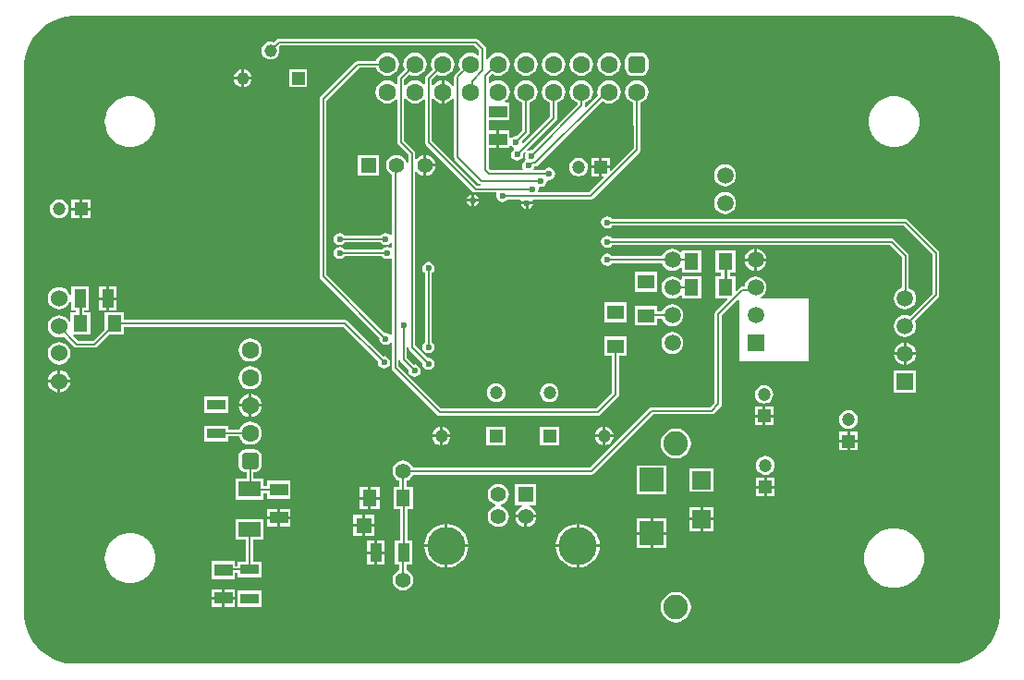
<source format=gbl>
%FSTAX23Y23*%
%MOIN*%
%SFA1B1*%

%IPPOS*%
%AMD53*
4,1,8,-0.031500,0.015700,-0.031500,-0.015700,-0.015700,-0.031500,0.015700,-0.031500,0.031500,-0.015700,0.031500,0.015700,0.015700,0.031500,-0.015700,0.031500,-0.031500,0.015700,0.0*
1,1,0.031500,-0.015700,0.015700*
1,1,0.031500,-0.015700,-0.015700*
1,1,0.031500,0.015700,-0.015700*
1,1,0.031500,0.015700,0.015700*
%
%AMD54*
4,1,8,-0.015700,-0.031500,0.015700,-0.031500,0.031500,-0.015700,0.031500,0.015700,0.015700,0.031500,-0.015700,0.031500,-0.031500,0.015700,-0.031500,-0.015700,-0.015700,-0.031500,0.0*
1,1,0.031500,-0.015700,-0.015700*
1,1,0.031500,0.015700,-0.015700*
1,1,0.031500,0.015700,0.015700*
1,1,0.031500,-0.015700,0.015700*
%
%ADD14C,0.005000*%
%ADD15C,0.010000*%
%ADD20R,0.043520X0.065280*%
%ADD26R,0.047240X0.047240*%
%ADD27C,0.047240*%
%ADD30R,0.059840X0.059840*%
%ADD31C,0.059840*%
%ADD32R,0.045280X0.045280*%
%ADD33C,0.045280*%
%ADD38R,0.055910X0.055910*%
%ADD40C,0.055910*%
%ADD41C,0.137800*%
%ADD42R,0.047240X0.047240*%
%ADD44R,0.055120X0.055120*%
%ADD45C,0.055120*%
%ADD50R,0.059060X0.059060*%
%ADD51C,0.059060*%
%ADD52C,0.062990*%
G04~CAMADD=53~8~0.0~0.0~629.9~629.9~157.5~0.0~15~0.0~0.0~0.0~0.0~0~0.0~0.0~0.0~0.0~0~0.0~0.0~0.0~90.0~630.0~630.0*
%ADD53D53*%
G04~CAMADD=54~8~0.0~0.0~629.9~629.9~157.5~0.0~15~0.0~0.0~0.0~0.0~0~0.0~0.0~0.0~0.0~0~0.0~0.0~0.0~180.0~630.0~630.0*
%ADD54D54*%
%ADD55C,0.088580*%
%ADD56C,0.060000*%
%ADD57C,0.023620*%
%ADD58R,0.059060X0.051180*%
%ADD59R,0.065280X0.043520*%
%ADD60R,0.051180X0.059060*%
%ADD61R,0.065280X0.037640*%
%ADD62R,0.079920X0.055120*%
%ADD63R,0.088980X0.085040*%
%ADD64R,0.066140X0.066930*%
%LNpcb_down-1*%
%LPD*%
G36*
X03382Y02347D02*
X03405Y0234D01*
X03428Y02331*
X03449Y02319*
X03468Y02304*
X03485Y02287*
X035Y02268*
X03512Y02247*
X03521Y02224*
X03528Y02201*
X03531Y02177*
Y02165*
Y00196*
Y00184*
X03528Y0016*
X03521Y00137*
X03512Y00114*
X035Y00093*
X03485Y00074*
X03468Y00057*
X03449Y00042*
X03428Y0003*
X03405Y00021*
X03382Y00015*
X03358Y00012*
X00184*
X0016Y00015*
X00137Y00021*
X00114Y0003*
X00093Y00042*
X00074Y00057*
X00057Y00074*
X00042Y00093*
X0003Y00114*
X00021Y00137*
X00015Y0016*
X00012Y00184*
Y00196*
Y02165*
Y02177*
X00015Y02201*
X00021Y02224*
X0003Y02247*
X00042Y02268*
X00057Y02287*
X00074Y02304*
X00093Y02319*
X00114Y02331*
X00137Y0234*
X0016Y02347*
X00184Y0235*
X03358*
X03382Y02347*
G37*
%LNpcb_down-2*%
%LPC*%
G36*
X0164Y02267D02*
X0093D01*
X00925Y02266*
X0092Y02264*
X00912Y02255*
X00908Y02256*
X009Y02257*
X00891Y02256*
X00883Y02253*
X00876Y02248*
X00871Y02241*
X00868Y02233*
X00867Y02225*
X00868Y02216*
X00871Y02208*
X00876Y02201*
X00883Y02196*
X00891Y02193*
X009Y02192*
X00908Y02193*
X00916Y02196*
X00923Y02201*
X00928Y02208*
X00931Y02216*
X00932Y02225*
X00931Y02233*
X0093Y02237*
X00935Y02242*
X01634*
X01652Y02224*
Y02211*
X01647Y02208*
X01642Y02212*
X01632Y02216*
X01621Y02217*
X0161Y02216*
X016Y02212*
X01592Y02205*
X01585Y02196*
X01581Y02186*
X01579Y02175*
X01581Y02165*
X01584Y02156*
X01565Y02138*
X01563Y02134*
X01562Y02129*
Y02099*
X0156Y02098*
X01557Y02097*
X01551Y02105*
X01542Y02112*
X01532Y02116*
X01526Y02117*
Y02075*
Y02034*
X01532Y02035*
X01542Y02039*
X01551Y02046*
X01557Y02054*
X0156Y02053*
X01562Y02052*
Y0184*
X01563Y01835*
X01565Y0183*
X0165Y01745*
X01655Y01743*
X01657Y01742*
X01657Y01737*
X01645*
X01482Y019*
Y0205*
X01487Y02052*
X01492Y02046*
X015Y02039*
X0151Y02035*
X01516Y02034*
Y02075*
Y02117*
X0151Y02116*
X015Y02112*
X01492Y02105*
X01487Y02099*
X01482Y02101*
Y02119*
X01502Y02138*
X0151Y02135*
X01521Y02134*
X01532Y02135*
X01542Y02139*
X01551Y02146*
X01557Y02155*
X01562Y02165*
X01563Y02175*
X01562Y02186*
X01557Y02196*
X01551Y02205*
X01542Y02212*
X01532Y02216*
X01521Y02217*
X0151Y02216*
X015Y02212*
X01492Y02205*
X01485Y02196*
X01481Y02186*
X01479Y02175*
X01481Y02165*
X01484Y02156*
X0146Y02133*
X01458Y02129*
X01457Y02124*
Y02105*
X01452Y02103*
X01451Y02105*
X01442Y02112*
X01432Y02116*
X01421Y02117*
X0141Y02116*
X014Y02112*
X01392Y02105*
X01387Y02099*
X01382Y02101*
Y02119*
X01402Y02138*
X0141Y02135*
X01421Y02134*
X01432Y02135*
X01442Y02139*
X01451Y02146*
X01457Y02155*
X01462Y02165*
X01463Y02175*
X01462Y02186*
X01457Y02196*
X01451Y02205*
X01442Y02212*
X01432Y02216*
X01421Y02217*
X0141Y02216*
X014Y02212*
X01392Y02205*
X01385Y02196*
X01381Y02186*
X01379Y02175*
X01381Y02165*
X01384Y02156*
X0136Y02133*
X01358Y02129*
X01357Y02124*
Y02105*
X01352Y02103*
X01351Y02105*
X01342Y02112*
X01332Y02116*
X01321Y02117*
X0131Y02116*
X013Y02112*
X01292Y02105*
X01285Y02096*
X01281Y02086*
X01279Y02075*
X01281Y02065*
X01285Y02055*
X01292Y02046*
X013Y02039*
X0131Y02035*
X01321Y02034*
X01332Y02035*
X01342Y02039*
X01351Y02046*
X01352Y02048*
X01357Y02046*
Y01895*
X01358Y0189*
X0136Y01885*
X01397Y01849*
Y01819*
X01392Y01819*
X01392Y0182*
X01388Y01829*
X01382Y01837*
X01374Y01843*
X01365Y01847*
X01355Y01848*
X01345Y01847*
X01336Y01843*
X01328Y01837*
X01322Y01829*
X01318Y0182*
X01317Y01811*
X01318Y01801*
X01322Y01792*
X01328Y01784*
X01336Y01778*
X01337Y01777*
Y01559*
X01332Y01558*
X0133Y0156*
X01323Y01565*
X01315Y01567*
X01306Y01565*
X01299Y0156*
X01297Y01557*
X01167*
X01165Y0156*
X01158Y01565*
X0115Y01567*
X01141Y01565*
X01134Y0156*
X01129Y01553*
X01127Y01545*
X01129Y01536*
X01134Y01529*
X01141Y01524*
X0115Y01522*
X01158Y01524*
X01165Y01529*
X01167Y01532*
X01297*
X01299Y01529*
X01306Y01524*
X01315Y01522*
X01323Y01524*
X0133Y01529*
X01332Y01531*
X01337Y0153*
Y01515*
X01332Y01513*
X01328Y01515*
X0132Y01517*
X01311Y01515*
X01304Y0151*
X01302Y01507*
X01167*
X01165Y0151*
X01158Y01515*
X0115Y01517*
X01141Y01515*
X01134Y0151*
X01129Y01503*
X01127Y01495*
X01129Y01486*
X01134Y01479*
X01141Y01474*
X0115Y01472*
X01158Y01474*
X01165Y01479*
X01167Y01482*
X01302*
X01304Y01479*
X01311Y01474*
X0132Y01472*
X01328Y01474*
X01332Y01476*
X01337Y01474*
Y01199*
X01332Y01198*
X0133Y012*
X01323Y01205*
X01315Y01207*
X01311Y01206*
X01102Y01415*
Y02044*
X01221Y02163*
X01282*
X01285Y02155*
X01292Y02146*
X013Y02139*
X0131Y02135*
X01321Y02134*
X01332Y02135*
X01342Y02139*
X01351Y02146*
X01357Y02155*
X01362Y02165*
X01363Y02175*
X01362Y02186*
X01357Y02196*
X01351Y02205*
X01342Y02212*
X01332Y02216*
X01321Y02217*
X0131Y02216*
X013Y02212*
X01292Y02205*
X01285Y02196*
X01282Y02188*
X01215*
X01211Y02187*
X01206Y02185*
X0108Y02059*
X01078Y02054*
X01077Y0205*
Y0141*
X01078Y01405*
X0108Y014*
X01293Y01188*
X01292Y01185*
X01294Y01176*
X01299Y01169*
X01306Y01164*
X01315Y01162*
X01323Y01164*
X0133Y01169*
X01332Y01171*
X01337Y0117*
Y0108*
X01338Y01075*
X0134Y0107*
X015Y0091*
X01505Y00908*
X0151Y00907*
X0208*
X02084Y00908*
X02089Y0091*
X02154Y00975*
X02156Y0098*
X02157Y00985*
Y01123*
X02184*
Y01194*
X02105*
Y01123*
X02132*
Y0099*
X02074Y00932*
X01515*
X01362Y01085*
Y01107*
X01367Y01107*
X01368Y01105*
X0137Y011*
X01398Y01073*
X01397Y0107*
X01399Y01061*
X01404Y01054*
X01411Y01049*
X0142Y01047*
X01428Y01049*
X01435Y01054*
X0144Y01061*
X01442Y0107*
X0144Y01078*
X01435Y01085*
X01428Y0109*
X0142Y01092*
X01416Y01091*
X01392Y01115*
Y01152*
X01397Y01152*
X01398Y0115*
X014Y01145*
X01448Y01098*
X01447Y01095*
X01449Y01086*
X01454Y01079*
X01461Y01074*
X0147Y01072*
X01478Y01074*
X01485Y01079*
X0149Y01086*
X01492Y01095*
X0149Y01103*
X01485Y0111*
X01478Y01115*
X0147Y01117*
X01466Y01116*
X01422Y0116*
Y01786*
X01427Y01788*
X01431Y01784*
X01438Y01778*
X01448Y01774*
X01452Y01773*
Y01811*
Y01848*
X01448Y01847*
X01438Y01843*
X01431Y01837*
X01427Y01833*
X01422Y01835*
Y01855*
X01421Y01859*
X01419Y01864*
X01382Y019*
Y0205*
X01387Y02052*
X01392Y02046*
X014Y02039*
X0141Y02035*
X01421Y02034*
X01432Y02035*
X01442Y02039*
X01451Y02046*
X01452Y02048*
X01457Y02046*
Y01895*
X01458Y0189*
X0146Y01885*
X0163Y01715*
X01635Y01713*
X0164Y01712*
X01713*
X01715Y01707*
X01714Y017*
X01716Y01691*
X0172Y01684*
X01728Y01679*
X01736Y01677*
X01745Y01679*
X01752Y01684*
X01754Y01687*
X01801*
X01804Y01682*
X01803Y0168*
X01846*
X01845Y01682*
X01848Y01687*
X02055*
X02059Y01688*
X02064Y0169*
X02231Y01858*
X02234Y01863*
X02235Y01867*
Y01957*
X02234Y01962*
X02234Y01963*
Y02036*
X02242Y02039*
X02251Y02046*
X02257Y02055*
X02262Y02065*
X02263Y02075*
X02262Y02086*
X02257Y02096*
X02251Y02105*
X02242Y02112*
X02232Y02116*
X02221Y02117*
X0221Y02116*
X022Y02112*
X02192Y02105*
X02185Y02096*
X02181Y02086*
X02179Y02075*
X02181Y02065*
X02185Y02055*
X02192Y02046*
X022Y02039*
X02208Y02036*
Y01959*
X02209Y01954*
X0221Y01953*
Y01873*
X02128Y01791*
X02123Y01793*
Y018*
X02095*
Y01771*
X02101*
X02103Y01766*
X02049Y01712*
X01868*
X01865Y01717*
X01867Y01725*
X01866Y01729*
X0187Y01733*
X01875Y01732*
X01883Y01734*
X0189Y01739*
X01895Y01746*
X01897Y01754*
X01897Y01755*
X01901Y01758*
X01905Y01757*
X01913Y01759*
X0192Y01764*
X01925Y01771*
X01927Y0178*
X01925Y01788*
X0192Y01795*
X01913Y018*
X01905Y01802*
X01896Y018*
X01889Y01795*
X01887Y01792*
X0185*
X01848Y01797*
X0185Y01801*
X01851Y01807*
X01855*
X0186Y01808*
X01864Y01811*
X02096Y02043*
X021Y02039*
X0211Y02035*
X02121Y02034*
X02132Y02035*
X02142Y02039*
X02151Y02046*
X02157Y02055*
X02162Y02065*
X02163Y02075*
X02162Y02086*
X02157Y02096*
X02151Y02105*
X02142Y02112*
X02132Y02116*
X02121Y02117*
X0211Y02116*
X021Y02112*
X02092Y02105*
X02085Y02096*
X02081Y02086*
X02079Y02075*
X02081Y02065*
X02081Y02064*
X02038Y02021*
X02033Y02023*
X02034Y02026*
Y02036*
X02042Y02039*
X02051Y02046*
X02057Y02055*
X02062Y02065*
X02063Y02075*
X02062Y02086*
X02057Y02096*
X02051Y02105*
X02042Y02112*
X02032Y02116*
X02021Y02117*
X0201Y02116*
X02Y02112*
X01992Y02105*
X01985Y02096*
X01981Y02086*
X01979Y02075*
X01981Y02065*
X01985Y02055*
X01992Y02046*
X02Y02039*
X02008Y02036*
X02008Y02031*
X01843Y01866*
X0184Y01867*
X01831Y01865*
X01828Y01863*
X01825Y01867*
X0193Y01972*
X01933Y01976*
X01934Y01981*
Y02036*
X01942Y02039*
X01951Y02046*
X01957Y02055*
X01962Y02065*
X01963Y02075*
X01962Y02086*
X01957Y02096*
X01951Y02105*
X01942Y02112*
X01932Y02116*
X01921Y02117*
X0191Y02116*
X019Y02112*
X01892Y02105*
X01885Y02096*
X01881Y02086*
X01879Y02075*
X01881Y02065*
X01885Y02055*
X01892Y02046*
X019Y02039*
X01908Y02036*
Y01986*
X01811Y01889*
X01806Y01891*
X01807Y01895*
X01806Y01898*
X0183Y01922*
X01833Y01926*
X01834Y01931*
Y02036*
X01842Y02039*
X01851Y02046*
X01857Y02055*
X01862Y02065*
X01863Y02075*
X01862Y02086*
X01857Y02096*
X01851Y02105*
X01842Y02112*
X01832Y02116*
X01821Y02117*
X0181Y02116*
X018Y02112*
X01792Y02105*
X01785Y02096*
X01781Y02086*
X01779Y02075*
X01781Y02065*
X01785Y02055*
X01792Y02046*
X018Y02039*
X01808Y02036*
Y01936*
X01788Y01916*
X01785Y01917*
X01776Y01915*
X01769Y0191*
X01767Y01908*
X01762Y01909*
Y01936*
X01725*
Y01904*
Y01872*
X01762*
Y0188*
X01767Y01881*
X01769Y01879*
X01776Y01874*
X01777Y01874*
X01778Y01868*
X01774Y01865*
X01769Y01858*
X01767Y0185*
X01769Y01841*
X01774Y01834*
X01781Y01829*
X0179Y01827*
X01798Y01829*
X01805Y01834*
X0181Y01841*
X01812Y0185*
X01811Y01853*
X01817Y01859*
X01821Y01856*
X01819Y01853*
X01817Y01845*
X01819Y01836*
X0182Y01835*
X01819Y01828*
X01814Y01825*
X01809Y01818*
X01807Y0181*
X01809Y01801*
X01811Y01797*
X01809Y01792*
X01693*
X01687Y01798*
Y01872*
X01715*
Y01904*
Y01936*
X01687*
Y01973*
X01762*
Y02037*
X01747*
X01745Y02042*
X01751Y02046*
X01757Y02055*
X01762Y02065*
X01763Y02075*
X01762Y02086*
X01757Y02096*
X01751Y02105*
X01742Y02112*
X01732Y02116*
X01721Y02117*
X0171Y02116*
X017Y02112*
X01692Y02106*
X01687Y02107*
Y02129*
X01699Y02141*
X017Y02139*
X0171Y02135*
X01721Y02134*
X01732Y02135*
X01742Y02139*
X01751Y02146*
X01757Y02155*
X01762Y02165*
X01763Y02175*
X01762Y02186*
X01757Y02196*
X01751Y02205*
X01742Y02212*
X01732Y02216*
X01721Y02217*
X0171Y02216*
X017Y02212*
X01692Y02205*
X01685Y02196*
X01682Y0219*
X01677Y02191*
Y0223*
X01676Y02234*
X01674Y02239*
X01649Y02264*
X01644Y02266*
X0164Y02267*
G37*
G36*
X02237Y02217D02*
X02205D01*
X02199Y02216*
X02192Y02214*
X02187Y0221*
X02183Y02204*
X0218Y02198*
X02179Y02191*
Y0216*
X0218Y02153*
X02183Y02147*
X02187Y02141*
X02192Y02137*
X02199Y02135*
X02205Y02134*
X02237*
X02244Y02135*
X0225Y02137*
X02255Y02141*
X02259Y02147*
X02262Y02153*
X02263Y0216*
Y02191*
X02262Y02198*
X02259Y02204*
X02255Y0221*
X0225Y02214*
X02244Y02216*
X02237Y02217*
G37*
G36*
X02121Y02217D02*
X0211Y02216D01*
X021Y02212*
X02092Y02205*
X02085Y02196*
X02081Y02186*
X02079Y02175*
X02081Y02165*
X02085Y02155*
X02092Y02146*
X021Y02139*
X0211Y02135*
X02121Y02134*
X02132Y02135*
X02142Y02139*
X02151Y02146*
X02157Y02155*
X02162Y02165*
X02163Y02175*
X02162Y02186*
X02157Y02196*
X02151Y02205*
X02142Y02212*
X02132Y02216*
X02121Y02217*
G37*
G36*
X02021D02*
X0201Y02216D01*
X02Y02212*
X01992Y02205*
X01985Y02196*
X01981Y02186*
X01979Y02175*
X01981Y02165*
X01985Y02155*
X01992Y02146*
X02Y02139*
X0201Y02135*
X02021Y02134*
X02032Y02135*
X02042Y02139*
X02051Y02146*
X02057Y02155*
X02062Y02165*
X02063Y02175*
X02062Y02186*
X02057Y02196*
X02051Y02205*
X02042Y02212*
X02032Y02216*
X02021Y02217*
G37*
G36*
X01921D02*
X0191Y02216D01*
X019Y02212*
X01892Y02205*
X01885Y02196*
X01881Y02186*
X01879Y02175*
X01881Y02165*
X01885Y02155*
X01892Y02146*
X019Y02139*
X0191Y02135*
X01921Y02134*
X01932Y02135*
X01942Y02139*
X01951Y02146*
X01957Y02155*
X01962Y02165*
X01963Y02175*
X01962Y02186*
X01957Y02196*
X01951Y02205*
X01942Y02212*
X01932Y02216*
X01921Y02217*
G37*
G36*
X01821D02*
X0181Y02216D01*
X018Y02212*
X01792Y02205*
X01785Y02196*
X01781Y02186*
X01779Y02175*
X01781Y02165*
X01785Y02155*
X01792Y02146*
X018Y02139*
X0181Y02135*
X01821Y02134*
X01832Y02135*
X01842Y02139*
X01851Y02146*
X01857Y02155*
X01862Y02165*
X01863Y02175*
X01862Y02186*
X01857Y02196*
X01851Y02205*
X01842Y02212*
X01832Y02216*
X01821Y02217*
G37*
G36*
X00805Y02157D02*
Y0213D01*
X00832*
X00831Y02133*
X00828Y02141*
X00823Y02148*
X00816Y02153*
X00808Y02156*
X00805Y02157*
G37*
G36*
X00795D02*
X00791Y02156D01*
X00783Y02153*
X00776Y02148*
X00771Y02141*
X00768Y02133*
X00767Y0213*
X00795*
Y02157*
G37*
G36*
X00832Y0212D02*
X00805D01*
Y02092*
X00808Y02093*
X00816Y02096*
X00823Y02101*
X00828Y02108*
X00831Y02116*
X00832Y0212*
G37*
G36*
X00795D02*
X00767D01*
X00768Y02116*
X00771Y02108*
X00776Y02101*
X00783Y02096*
X00791Y02093*
X00795Y02092*
Y0212*
G37*
G36*
X01032Y02157D02*
X00967D01*
Y02092*
X01032*
Y02157*
G37*
G36*
X03157Y02059D02*
X03141D01*
X0314Y02059*
X03139*
X03124Y02056*
X03123Y02055*
X03122Y02055*
X03107Y02049*
X03106Y02048*
X03105Y02048*
X03092Y02039*
X03091Y02038*
X0309Y02038*
X03079Y02027*
X03079Y02026*
X03078Y02025*
X03069Y02012*
X03069Y02011*
X03068Y0201*
X03062Y01996*
X03062Y01994*
X03062Y01993*
X03059Y01978*
Y01977*
X03058Y01976*
Y0196*
X03059Y01959*
Y01958*
X03062Y01943*
X03062Y01942*
X03062Y0194*
X03068Y01926*
X03069Y01925*
X03069Y01924*
X03078Y01911*
X03079Y0191*
X03079Y01909*
X0309Y01898*
X03091Y01898*
X03092Y01897*
X03105Y01888*
X03106Y01888*
X03107Y01887*
X03122Y01881*
X03123Y01881*
X03124Y0188*
X03139Y01877*
X0314*
X03141Y01877*
X03157*
X03158Y01877*
X03159*
X03174Y0188*
X03176Y01881*
X03177Y01881*
X03191Y01887*
X03192Y01888*
X03193Y01888*
X03206Y01897*
X03207Y01898*
X03208Y01898*
X03219Y01909*
X03219Y0191*
X0322Y01911*
X03229Y01924*
X03229Y01925*
X0323Y01926*
X03236Y0194*
X03236Y01942*
X03237Y01943*
X0324Y01958*
Y01959*
X0324Y0196*
Y01976*
X0324Y01977*
Y01978*
X03237Y01993*
X03236Y01994*
X03236Y01996*
X0323Y0201*
X03229Y02011*
X03229Y02012*
X0322Y02025*
X03219Y02026*
X03219Y02027*
X03208Y02038*
X03207Y02038*
X03206Y02039*
X03193Y02048*
X03192Y02048*
X03191Y02049*
X03177Y02055*
X03176Y02055*
X03174Y02056*
X03159Y02059*
X03158*
X03157Y02059*
G37*
G36*
X00401D02*
X00385D01*
X00384Y02059*
X00383*
X00368Y02056*
X00367Y02055*
X00366Y02055*
X00351Y02049*
X0035Y02048*
X00349Y02048*
X00336Y02039*
X00335Y02038*
X00334Y02038*
X00324Y02027*
X00323Y02026*
X00322Y02025*
X00313Y02012*
X00313Y02011*
X00312Y0201*
X00306Y01996*
X00306Y01994*
X00306Y01993*
X00303Y01978*
Y01977*
X00302Y01976*
Y0196*
X00303Y01959*
Y01958*
X00306Y01943*
X00306Y01942*
X00306Y0194*
X00312Y01926*
X00313Y01925*
X00313Y01924*
X00322Y01911*
X00323Y0191*
X00324Y01909*
X00334Y01898*
X00335Y01898*
X00336Y01897*
X00349Y01888*
X0035Y01888*
X00351Y01887*
X00366Y01881*
X00367Y01881*
X00368Y0188*
X00383Y01877*
X00384*
X00385Y01877*
X00401*
X00402Y01877*
X00403*
X00419Y0188*
X0042Y01881*
X00421Y01881*
X00435Y01887*
X00436Y01888*
X00437Y01888*
X0045Y01897*
X00451Y01898*
X00452Y01898*
X00463Y01909*
X00464Y0191*
X00464Y01911*
X00473Y01924*
X00473Y01925*
X00474Y01926*
X0048Y0194*
X0048Y01942*
X00481Y01943*
X00484Y01958*
Y01959*
X00484Y0196*
Y01976*
X00484Y01977*
Y01978*
X00481Y01993*
X0048Y01994*
X0048Y01996*
X00474Y0201*
X00473Y02011*
X00473Y02012*
X00464Y02025*
X00464Y02026*
X00463Y02027*
X00452Y02038*
X00451Y02038*
X0045Y02039*
X00437Y02048*
X00436Y02048*
X00435Y02049*
X00421Y02055*
X0042Y02055*
X00419Y02056*
X00403Y02059*
X00402*
X00401Y02059*
G37*
G36*
X01462Y01848D02*
Y01816D01*
X01495*
X01494Y0182*
X0149Y01829*
X01484Y01837*
X01476Y01843*
X01467Y01847*
X01462Y01848*
G37*
G36*
X02123Y01838D02*
X02095D01*
Y0181*
X02123*
Y01838*
G37*
G36*
X02085D02*
X02056D01*
Y0181*
X02085*
Y01838*
G37*
G36*
X01495Y01806D02*
X01462D01*
Y01773*
X01467Y01774*
X01476Y01778*
X01484Y01784*
X0149Y01792*
X01494Y01801*
X01495Y01806*
G37*
G36*
X0129Y01848D02*
X01215D01*
Y01773*
X0129*
Y01848*
G37*
G36*
X02085Y018D02*
X02056D01*
Y01771*
X02085*
Y018*
G37*
G36*
X02011Y01838D02*
X02002Y01837D01*
X01994Y01834*
X01987Y01828*
X01981Y01821*
X01978Y01813*
X01977Y01805*
X01978Y01796*
X01981Y01788*
X01987Y01781*
X01994Y01775*
X02002Y01772*
X02011Y01771*
X0202Y01772*
X02028Y01775*
X02035Y01781*
X0204Y01788*
X02044Y01796*
X02045Y01805*
X02044Y01813*
X0204Y01821*
X02035Y01828*
X02028Y01834*
X0202Y01837*
X02011Y01838*
G37*
G36*
X0254Y01814D02*
X02529Y01813D01*
X0252Y01809*
X02511Y01803*
X02505Y01794*
X02501Y01785*
X025Y01775*
X02501Y01764*
X02505Y01755*
X02511Y01746*
X0252Y0174*
X02529Y01736*
X0254Y01735*
X0255Y01736*
X02559Y0174*
X02568Y01746*
X02574Y01755*
X02578Y01764*
X02579Y01775*
X02578Y01785*
X02574Y01794*
X02568Y01803*
X02559Y01809*
X0255Y01813*
X0254Y01814*
G37*
G36*
X01635Y01706D02*
Y0169D01*
X01651*
X0165Y01693*
X01645Y017*
X01638Y01705*
X01635Y01706*
G37*
G36*
X01625D02*
X01621Y01705D01*
X01614Y017*
X01609Y01693*
X01608Y0169*
X01625*
Y01706*
G37*
G36*
X01651Y0168D02*
X01635D01*
Y01663*
X01638Y01664*
X01645Y01669*
X0165Y01676*
X01651Y0168*
G37*
G36*
X01625D02*
X01608D01*
X01609Y01676*
X01614Y01669*
X01621Y01664*
X01625Y01663*
Y0168*
G37*
G36*
X0025Y01687D02*
X00221D01*
Y01658*
X0025*
Y01687*
G37*
G36*
X00211D02*
X00182D01*
Y01658*
X00211*
Y01687*
G37*
G36*
X01846Y0167D02*
X0183D01*
Y01653*
X01833Y01654*
X0184Y01659*
X01845Y01666*
X01846Y0167*
G37*
G36*
X0182D02*
X01803D01*
X01804Y01666*
X01809Y01659*
X01816Y01654*
X0182Y01653*
Y0167*
G37*
G36*
X0254Y01714D02*
X02529Y01713D01*
X0252Y01709*
X02511Y01703*
X02505Y01694*
X02501Y01685*
X025Y01675*
X02501Y01664*
X02505Y01655*
X02511Y01646*
X0252Y0164*
X02529Y01636*
X0254Y01635*
X0255Y01636*
X02559Y0164*
X02568Y01646*
X02574Y01655*
X02578Y01664*
X02579Y01675*
X02578Y01685*
X02574Y01694*
X02568Y01703*
X02559Y01709*
X0255Y01713*
X0254Y01714*
G37*
G36*
X0025Y01648D02*
X00221D01*
Y01619*
X0025*
Y01648*
G37*
G36*
X00211D02*
X00182D01*
Y01619*
X00211*
Y01648*
G37*
G36*
X00137Y01687D02*
X00129Y01686D01*
X0012Y01682*
X00113Y01677*
X00108Y0167*
X00105Y01662*
X00103Y01653*
X00105Y01644*
X00108Y01636*
X00113Y01629*
X0012Y01624*
X00129Y0162*
X00137Y01619*
X00146Y0162*
X00154Y01624*
X00161Y01629*
X00167Y01636*
X0017Y01644*
X00171Y01653*
X0017Y01662*
X00167Y0167*
X00161Y01677*
X00154Y01682*
X00146Y01686*
X00137Y01687*
G37*
G36*
X0235Y01509D02*
X02339Y01508D01*
X0233Y01504*
X02321Y01498*
X02315Y01489*
X02312Y01482*
X02132*
X0213Y01485*
X02123Y0149*
X02115Y01492*
X02106Y0149*
X02099Y01485*
X02094Y01478*
X02092Y0147*
X02094Y01461*
X02099Y01454*
X02106Y01449*
X02115Y01447*
X02123Y01449*
X0213Y01454*
X02132Y01457*
X02312*
X02315Y0145*
X02321Y01441*
X0233Y01435*
X02339Y01431*
X0235Y0143*
X0236Y01431*
X02369Y01435*
X02378Y01441*
X02378Y01442*
X02383Y0144*
Y01425*
X02454*
Y01504*
X02383*
Y01499*
X02378Y01497*
X02378Y01498*
X02369Y01504*
X0236Y01508*
X0235Y01509*
G37*
G36*
X02655Y01509D02*
Y01475D01*
X02689*
X02688Y0148*
X02684Y01489*
X02678Y01498*
X02669Y01504*
X0266Y01508*
X02655Y01509*
G37*
G36*
X02645D02*
X02639Y01508D01*
X0263Y01504*
X02621Y01498*
X02615Y01489*
X02611Y0148*
X0261Y01475*
X02645*
Y01509*
G37*
G36*
X02689Y01465D02*
X02655D01*
Y0143*
X0266Y01431*
X02669Y01435*
X02678Y01441*
X02684Y0145*
X02688Y01459*
X02689Y01465*
G37*
G36*
X02645D02*
X0261D01*
X02611Y01459*
X02615Y0145*
X02621Y01441*
X0263Y01435*
X02639Y01431*
X02645Y0143*
Y01465*
G37*
G36*
X02294Y01426D02*
X02215D01*
Y01355*
X02294*
Y01426*
G37*
G36*
X00245Y01373D02*
X00181D01*
Y01341*
X00176Y01341*
Y01341*
X00172Y01351*
X00166Y01359*
X00157Y01366*
X00148Y0137*
X00137Y01371*
X00127Y0137*
X00117Y01366*
X00109Y01359*
X00102Y01351*
X00098Y01341*
X00097Y01331*
X00098Y0132*
X00102Y0131*
X00109Y01302*
X00117Y01296*
X00127Y01292*
X00137Y0129*
X00148Y01292*
X00157Y01296*
X00166Y01302*
X00172Y0131*
X00176Y0132*
Y0132*
X00181Y0132*
Y01288*
X00198*
Y01279*
X00178*
Y01248*
X00173Y01247*
X00172Y0125*
X00166Y01258*
X00157Y01264*
X00148Y01268*
X00137Y0127*
X00127Y01268*
X00117Y01264*
X00109Y01258*
X00102Y0125*
X00098Y0124*
X00097Y01229*
X00098Y01219*
X00102Y01209*
X00109Y01201*
X00117Y01194*
X00127Y0119*
X00137Y01189*
X00148Y0119*
X00155Y01194*
X00193Y01155*
X00197Y01153*
X00202Y01152*
X00265*
X0027Y01153*
X00274Y01155*
X00319Y012*
X00372*
Y01227*
X01164*
X01288Y01103*
X01287Y011*
X01289Y01091*
X01294Y01084*
X01301Y01079*
X0131Y01077*
X01318Y01079*
X01325Y01084*
X0133Y01091*
X01332Y011*
X0133Y01108*
X01325Y01115*
X01318Y0112*
X0131Y01122*
X01306Y01121*
X01178Y01249*
X01174Y01251*
X01169Y01252*
X00372*
Y01279*
X00301*
Y01218*
X0026Y01177*
X00208*
X00189Y01196*
X00191Y012*
X0025*
Y01279*
X00228*
Y01288*
X00245*
Y01373*
G37*
G36*
X00345D02*
X00319D01*
Y01335*
X00345*
Y01373*
G37*
G36*
X00309D02*
X00282D01*
Y01335*
X00309*
Y01373*
G37*
G36*
X0235Y01409D02*
X02339Y01408D01*
X0233Y01404*
X02321Y01398*
X02315Y01389*
X02311Y0138*
X0231Y0137*
X02311Y01359*
X02315Y0135*
X02321Y01341*
X0233Y01335*
X02339Y01331*
X0235Y0133*
X0236Y01331*
X02369Y01335*
X02378Y01341*
X02378Y01342*
X02383Y0134*
Y0133*
X02454*
Y01409*
X02383*
Y01399*
X02378Y01397*
X02378Y01398*
X02369Y01404*
X0236Y01408*
X0235Y01409*
G37*
G36*
X02115Y01557D02*
X02106Y01555D01*
X02099Y0155*
X02094Y01543*
X02092Y01535*
X02094Y01526*
X02099Y01519*
X02106Y01514*
X02115Y01512*
X02123Y01514*
X0213Y01519*
X02132Y01522*
X03134*
X03177Y01479*
Y01369*
X03168Y01365*
X0316Y01359*
X03154Y01351*
X0315Y01341*
X03148Y01331*
X0315Y0132*
X03154Y0131*
X0316Y01302*
X03168Y01296*
X03178Y01292*
X03188Y0129*
X03199Y01292*
X03209Y01296*
X03217Y01302*
X03223Y0131*
X03227Y0132*
X03229Y01331*
X03227Y01341*
X03223Y01351*
X03217Y01359*
X03209Y01365*
X03202Y01368*
Y01485*
X03201Y01489*
X03199Y01494*
X03149Y01544*
X03144Y01546*
X0314Y01547*
X02132*
X0213Y0155*
X02123Y01555*
X02115Y01557*
G37*
G36*
X00345Y01325D02*
X00319D01*
Y01288*
X00345*
Y01325*
G37*
G36*
X00309D02*
X00282D01*
Y01288*
X00309*
Y01325*
G37*
G36*
X0235Y01309D02*
X02339Y01308D01*
X0233Y01304*
X02321Y01298*
X02315Y01289*
X02312Y01282*
X02294*
Y01304*
X02215*
Y01233*
X02294*
Y01257*
X02312*
X02315Y0125*
X02321Y01241*
X0233Y01235*
X02339Y01231*
X0235Y0123*
X0236Y01231*
X02369Y01235*
X02378Y01241*
X02384Y0125*
X02388Y01259*
X02389Y0127*
X02388Y0128*
X02384Y01289*
X02378Y01298*
X02369Y01304*
X0236Y01308*
X0235Y01309*
G37*
G36*
X02115Y01627D02*
X02106Y01625D01*
X02099Y0162*
X02094Y01613*
X02092Y01605*
X02094Y01596*
X02099Y01589*
X02106Y01584*
X02115Y01582*
X02123Y01584*
X0213Y01589*
X02132Y01592*
X03184*
X03287Y01489*
Y01347*
X03206Y01266*
X03199Y0127*
X03188Y01271*
X03178Y0127*
X03168Y01265*
X0316Y01259*
X03154Y01251*
X0315Y01241*
X03148Y01231*
X0315Y0122*
X03154Y0121*
X0316Y01202*
X03168Y01196*
X03178Y01192*
X03188Y0119*
X03199Y01192*
X03209Y01196*
X03217Y01202*
X03223Y0121*
X03227Y0122*
X03229Y01231*
X03227Y01241*
X03224Y01248*
X03309Y01333*
X03311Y01337*
X03312Y01342*
Y01495*
X03311Y01499*
X03309Y01504*
X03199Y01614*
X03194Y01616*
X0319Y01617*
X02132*
X0213Y0162*
X02123Y01625*
X02115Y01627*
G37*
G36*
X02184Y01316D02*
X02105D01*
Y01245*
X02184*
Y01316*
G37*
G36*
X03193Y0117D02*
Y01136D01*
X03228*
X03227Y01141*
X03223Y01151*
X03217Y01159*
X03209Y01165*
X03199Y0117*
X03193Y0117*
G37*
G36*
X03183D02*
X03178Y0117D01*
X03168Y01165*
X0316Y01159*
X03154Y01151*
X0315Y01141*
X03149Y01136*
X03183*
Y0117*
G37*
G36*
X0147Y01462D02*
X01461Y0146D01*
X01454Y01455*
X01449Y01448*
X01447Y0144*
X01449Y01431*
X01454Y01424*
X01457Y01422*
Y01172*
X01454Y0117*
X01449Y01163*
X01447Y01155*
X01449Y01146*
X01454Y01139*
X01461Y01134*
X0147Y01132*
X01478Y01134*
X01485Y01139*
X0149Y01146*
X01492Y01155*
X0149Y01163*
X01485Y0117*
X01482Y01172*
Y01422*
X01485Y01424*
X0149Y01431*
X01492Y0144*
X0149Y01448*
X01485Y01455*
X01478Y0146*
X0147Y01462*
G37*
G36*
X0235Y01209D02*
X02339Y01208D01*
X0233Y01204*
X02321Y01198*
X02315Y01189*
X02311Y0118*
X0231Y0117*
X02311Y01159*
X02315Y0115*
X02321Y01141*
X0233Y01135*
X02339Y01131*
X0235Y0113*
X0236Y01131*
X02369Y01135*
X02378Y01141*
X02384Y0115*
X02388Y01159*
X02389Y0117*
X02388Y0118*
X02384Y01189*
X02378Y01198*
X02369Y01204*
X0236Y01208*
X0235Y01209*
G37*
G36*
X02576Y01504D02*
X02505D01*
Y01425*
X02525*
Y01409*
X02505*
Y0133*
X02546*
X02548Y01325*
X02505Y01283*
X02503Y01279*
X02502Y01274*
Y00955*
X02484Y00937*
X02275*
X0227Y00936*
X02265Y00934*
X02053Y00721*
X01413*
X0141Y00727*
X01404Y00735*
X01396Y00741*
X01387Y00745*
X01377Y00746*
X01368Y00745*
X01359Y00741*
X01351Y00735*
X01345Y00727*
X01341Y00718*
X0134Y00708*
X01341Y00698*
X01345Y00689*
X01351Y00681*
X01359Y00675*
X01365Y00673*
Y00649*
X01344*
Y0057*
X01368*
Y00456*
X01349*
Y0037*
X01365*
Y0035*
X01359Y00347*
X01351Y00341*
X01345Y00333*
X01341Y00324*
X0134Y00314*
X01341Y00305*
X01345Y00296*
X01351Y00288*
X01359Y00282*
X01368Y00278*
X01377Y00277*
X01387Y00278*
X01396Y00282*
X01404Y00288*
X0141Y00296*
X01414Y00305*
X01415Y00314*
X01414Y00324*
X0141Y00333*
X01404Y00341*
X01396Y00347*
X0139Y0035*
Y0037*
X01412*
Y00456*
X01393*
Y0057*
X01415*
Y00649*
X0139*
Y00673*
X01396Y00675*
X01404Y00681*
X0141Y00689*
X01413Y00695*
X02058*
X02063Y00696*
X02067Y00699*
X0228Y00912*
X0249*
X02494Y00913*
X02499Y00915*
X02524Y0094*
X02526Y00945*
X02527Y0095*
Y01268*
X02585Y01326*
X0259Y01324*
Y01105*
X0284*
Y0133*
X02669*
X02668Y01335*
X02669Y01335*
X02678Y01341*
X02684Y0135*
X02688Y01359*
X02689Y0137*
X02688Y0138*
X02684Y01389*
X02678Y01398*
X02669Y01404*
X0266Y01408*
X0265Y01409*
X02639Y01408*
X0263Y01404*
X02621Y01398*
X02615Y01389*
X02611Y0138*
X0261Y01372*
X026*
X02595Y01371*
X02591Y01368*
X02581Y01358*
X02576Y0136*
Y01409*
X02556*
Y01425*
X02576*
Y01504*
G37*
G36*
X00826Y01186D02*
X00815Y01185D01*
X00805Y01181*
X00797Y01174*
X0079Y01165*
X00786Y01155*
X00784Y01144*
X00786Y01134*
X0079Y01123*
X00797Y01115*
X00805Y01108*
X00815Y01104*
X00826Y01103*
X00837Y01104*
X00847Y01108*
X00856Y01115*
X00863Y01123*
X00867Y01134*
X00868Y01144*
X00867Y01155*
X00863Y01165*
X00856Y01174*
X00847Y01181*
X00837Y01185*
X00826Y01186*
G37*
G36*
X00137Y01172D02*
X00127Y01171D01*
X00117Y01167*
X00109Y0116*
X00102Y01152*
X00098Y01142*
X00097Y01132*
X00098Y01121*
X00102Y01112*
X00109Y01103*
X00117Y01097*
X00127Y01093*
X00137Y01091*
X00148Y01093*
X00157Y01097*
X00166Y01103*
X00172Y01112*
X00176Y01121*
X00178Y01132*
X00176Y01142*
X00172Y01152*
X00166Y0116*
X00157Y01167*
X00148Y01171*
X00137Y01172*
G37*
G36*
X03228Y01126D02*
X03193D01*
Y01091*
X03199Y01092*
X03209Y01096*
X03217Y01102*
X03223Y0111*
X03227Y0112*
X03228Y01126*
G37*
G36*
X03183D02*
X03149D01*
X0315Y0112*
X03154Y0111*
X0316Y01102*
X03168Y01096*
X03178Y01092*
X03183Y01091*
Y01126*
G37*
G36*
X00142Y0107D02*
Y01036D01*
X00177*
X00176Y01041*
X00172Y01051*
X00166Y01059*
X00157Y01066*
X00148Y0107*
X00142Y0107*
G37*
G36*
X00132D02*
X00127Y0107D01*
X00117Y01066*
X00109Y01059*
X00102Y01051*
X00098Y01041*
X00098Y01036*
X00132*
Y0107*
G37*
G36*
X00826Y01086D02*
X00815Y01085D01*
X00805Y01081*
X00797Y01074*
X0079Y01065*
X00786Y01055*
X00784Y01044*
X00786Y01034*
X0079Y01023*
X00797Y01015*
X00805Y01008*
X00815Y01004*
X00826Y01003*
X00837Y01004*
X00847Y01008*
X00856Y01015*
X00863Y01023*
X00867Y01034*
X00868Y01044*
X00867Y01055*
X00863Y01065*
X00856Y01074*
X00847Y01081*
X00837Y01085*
X00826Y01086*
G37*
G36*
X00177Y01026D02*
X00142D01*
Y00991*
X00148Y00992*
X00157Y00996*
X00166Y01002*
X00172Y0101*
X00176Y0102*
X00177Y01026*
G37*
G36*
X00132D02*
X00098D01*
X00098Y0102*
X00102Y0101*
X00109Y01002*
X00117Y00996*
X00127Y00992*
X00132Y00991*
Y01026*
G37*
G36*
X03228Y01071D02*
X03149D01*
Y00991*
X03228*
Y01071*
G37*
G36*
X01906Y01023D02*
X01897Y01022D01*
X01889Y01019*
X01882Y01013*
X01876Y01006*
X01873Y00998*
X01872Y0099*
X01873Y00981*
X01876Y00973*
X01882Y00966*
X01889Y0096*
X01897Y00957*
X01906Y00956*
X01914Y00957*
X01923Y0096*
X0193Y00966*
X01935Y00973*
X01938Y00981*
X01939Y0099*
X01938Y00998*
X01935Y01006*
X0193Y01013*
X01923Y01019*
X01914Y01022*
X01906Y01023*
G37*
G36*
X01713D02*
X01705Y01022D01*
X01696Y01019*
X01689Y01013*
X01684Y01006*
X01681Y00998*
X0168Y0099*
X01681Y00981*
X01684Y00973*
X01689Y00966*
X01696Y0096*
X01705Y00957*
X01713Y00956*
X01722Y00957*
X0173Y0096*
X01737Y00966*
X01743Y00973*
X01746Y00981*
X01747Y0099*
X01746Y00998*
X01743Y01006*
X01737Y01013*
X0173Y01019*
X01722Y01022*
X01713Y01023*
G37*
G36*
X0268Y01018D02*
X02671Y01017D01*
X02663Y01014*
X02656Y01008*
X0265Y01001*
X02647Y00993*
X02646Y00985*
X02647Y00976*
X0265Y00968*
X02656Y00961*
X02663Y00955*
X02671Y00952*
X0268Y00951*
X02688Y00952*
X02696Y00955*
X02703Y00961*
X02709Y00968*
X02712Y00976*
X02713Y00985*
X02712Y00993*
X02709Y01001*
X02703Y01008*
X02696Y01014*
X02688Y01017*
X0268Y01018*
G37*
G36*
X00831Y00986D02*
Y00949D01*
X00867*
X00867Y00955*
X00863Y00965*
X00856Y00974*
X00847Y00981*
X00837Y00985*
X00831Y00986*
G37*
G36*
X00821D02*
X00815Y00985D01*
X00805Y00981*
X00797Y00974*
X0079Y00965*
X00786Y00955*
X00785Y00949*
X00821*
Y00986*
G37*
G36*
X00747Y00976D02*
X00662D01*
Y00918*
X00747*
Y00976*
G37*
G36*
X02713Y00939D02*
X02685D01*
Y00911*
X02713*
Y00939*
G37*
G36*
X02675D02*
X02646D01*
Y00911*
X02675*
Y00939*
G37*
G36*
X00867D02*
X00831D01*
Y00903*
X00837Y00904*
X00847Y00908*
X00856Y00915*
X00863Y00923*
X00867Y00934*
X00867Y00939*
G37*
G36*
X00821D02*
X00785D01*
X00786Y00934*
X0079Y00923*
X00797Y00915*
X00805Y00908*
X00815Y00904*
X00821Y00903*
Y00939*
G37*
G36*
X02713Y00901D02*
X02685D01*
Y00872*
X02713*
Y00901*
G37*
G36*
X02675D02*
X02646D01*
Y00872*
X02675*
Y00901*
G37*
G36*
X02985Y00928D02*
X02976Y00927D01*
X02968Y00923*
X02961Y00918*
X02955Y00911*
X02952Y00903*
X02951Y00894*
X02952Y00885*
X02955Y00877*
X02961Y0087*
X02968Y00865*
X02976Y00861*
X02985Y0086*
X02993Y00861*
X03001Y00865*
X03008Y0087*
X03014Y00877*
X03017Y00885*
X03018Y00894*
X03017Y00903*
X03014Y00911*
X03008Y00918*
X03001Y00923*
X02993Y00927*
X02985Y00928*
G37*
G36*
X00826Y00886D02*
X00815Y00885D01*
X00805Y00881*
X00797Y00874*
X0079Y00865*
X00787Y00857*
X00747*
Y00871*
X00662*
Y00813*
X00747*
Y00832*
X00787*
X0079Y00823*
X00797Y00815*
X00805Y00808*
X00815Y00804*
X00826Y00803*
X00837Y00804*
X00847Y00808*
X00856Y00815*
X00863Y00823*
X00867Y00834*
X00868Y00844*
X00867Y00855*
X00863Y00865*
X00856Y00874*
X00847Y00881*
X00837Y00885*
X00826Y00886*
G37*
G36*
X01521Y00868D02*
Y0084D01*
X01549*
X01549Y00843*
X01545Y00851*
X0154Y00858*
X01533Y00864*
X01525Y00867*
X01521Y00868*
G37*
G36*
X02108D02*
Y0084D01*
X02136*
X02136Y00843*
X02132Y00851*
X02127Y00858*
X0212Y00864*
X02112Y00867*
X02108Y00868*
G37*
G36*
X02098D02*
X02094Y00867D01*
X02086Y00864*
X02079Y00858*
X02074Y00851*
X0207Y00843*
X0207Y0084*
X02098*
Y00868*
G37*
G36*
X01511D02*
X01507Y00867D01*
X01499Y00864*
X01492Y00858*
X01487Y00851*
X01483Y00843*
X01483Y0084*
X01511*
Y00868*
G37*
G36*
X03018Y00849D02*
X0299D01*
Y0082*
X03018*
Y00849*
G37*
G36*
X0298D02*
X02951D01*
Y0082*
X0298*
Y00849*
G37*
G36*
X01549Y0083D02*
X01521D01*
Y00801*
X01525Y00802*
X01533Y00805*
X0154Y00811*
X01545Y00818*
X01549Y00826*
X01549Y0083*
G37*
G36*
X02136D02*
X02108D01*
Y00801*
X02112Y00802*
X0212Y00805*
X02127Y00811*
X02132Y00818*
X02136Y00826*
X02136Y0083*
G37*
G36*
X02098D02*
X0207D01*
X0207Y00826*
X02074Y00818*
X02079Y00811*
X02086Y00805*
X02094Y00802*
X02098Y00801*
Y0083*
G37*
G36*
X01511D02*
X01483D01*
X01483Y00826*
X01487Y00818*
X01492Y00811*
X01499Y00805*
X01507Y00802*
X01511Y00801*
Y0083*
G37*
G36*
X0194Y00868D02*
X01872D01*
Y00801*
X0194*
Y00868*
G37*
G36*
X01747D02*
X01679D01*
Y00801*
X01747*
Y00868*
G37*
G36*
X03018Y0081D02*
X0299D01*
Y00782*
X03018*
Y0081*
G37*
G36*
X0298D02*
X02951D01*
Y00782*
X0298*
Y0081*
G37*
G36*
X02362Y00861D02*
X02348Y00859D01*
X02334Y00854*
X02323Y00845*
X02314Y00834*
X02309Y00821*
X02307Y00807*
X02309Y00792*
X02314Y00779*
X02323Y00768*
X02334Y00759*
X02348Y00754*
X02362Y00752*
X02376Y00754*
X02389Y00759*
X024Y00768*
X02409Y00779*
X02415Y00792*
X02416Y00807*
X02415Y00821*
X02409Y00834*
X024Y00845*
X02389Y00854*
X02376Y00859*
X02362Y00861*
G37*
G36*
X02685Y00762D02*
X02676Y00761D01*
X02668Y00758*
X02661Y00752*
X02655Y00745*
X02652Y00737*
X02651Y00728*
X02652Y00719*
X02655Y00711*
X02661Y00704*
X02668Y00699*
X02676Y00695*
X02685Y00694*
X02693Y00695*
X02701Y00699*
X02708Y00704*
X02714Y00711*
X02717Y00719*
X02718Y00728*
X02717Y00737*
X02714Y00745*
X02708Y00752*
X02701Y00758*
X02693Y00761*
X02685Y00762*
G37*
G36*
X02718Y00683D02*
X0269D01*
Y00655*
X02718*
Y00683*
G37*
G36*
X0268D02*
X02651D01*
Y00655*
X0268*
Y00683*
G37*
G36*
X02498Y00718D02*
X02411D01*
Y00632*
X02498*
Y00718*
G37*
G36*
X02329Y00728D02*
X0222D01*
Y00623*
X02329*
Y00728*
G37*
G36*
X02718Y00645D02*
X0269D01*
Y00616*
X02718*
Y00645*
G37*
G36*
X0268D02*
X02651D01*
Y00616*
X0268*
Y00645*
G37*
G36*
X01293Y00649D02*
X01262D01*
Y00615*
X01293*
Y00649*
G37*
G36*
X01252D02*
X01222D01*
Y00615*
X01252*
Y00649*
G37*
G36*
X00842Y00786D02*
X00811D01*
X00804Y00785*
X00798Y00783*
X00792Y00778*
X00788Y00773*
X00785Y00767*
X00785Y0076*
Y00729*
X00785Y00722*
X00788Y00716*
X00792Y0071*
X00798Y00706*
X00804Y00704*
X00811Y00703*
X00814*
Y0068*
X00775*
Y00604*
X00874*
Y00627*
X00887*
Y00608*
X00972*
Y00672*
X00887*
Y00652*
X00874*
Y0068*
X00839*
Y00703*
X00842*
X00849Y00704*
X00855Y00706*
X0086Y0071*
X00865Y00716*
X00867Y00722*
X00868Y00729*
Y0076*
X00867Y00767*
X00865Y00773*
X0086Y00778*
X00855Y00783*
X00849Y00785*
X00842Y00786*
G37*
G36*
X01293Y00605D02*
X01262D01*
Y0057*
X01293*
Y00605*
G37*
G36*
X01252D02*
X01222D01*
Y0057*
X01252*
Y00605*
G37*
G36*
X01858Y00661D02*
X01782D01*
Y00585*
X01807*
X01808Y0058*
X01801Y00578*
X01793Y00571*
X01787Y00564*
X01783Y00554*
X01783Y00549*
X0182*
X01858*
X01857Y00554*
X01854Y00564*
X01847Y00571*
X0184Y00578*
X01833Y0058*
X01834Y00585*
X01858*
Y00661*
G37*
G36*
X00972Y00571D02*
X00935D01*
Y00544*
X00972*
Y00571*
G37*
G36*
X00925D02*
X00887D01*
Y00544*
X00925*
Y00571*
G37*
G36*
X02498Y00577D02*
X0246D01*
Y00539*
X02498*
Y00577*
G37*
G36*
X0245D02*
X02411D01*
Y00539*
X0245*
Y00577*
G37*
G36*
X01273Y00549D02*
X01241D01*
Y00516*
X01273*
Y00549*
G37*
G36*
X01231D02*
X01198D01*
Y00516*
X01231*
Y00549*
G37*
G36*
X00972Y00534D02*
X00935D01*
Y00507*
X00972*
Y00534*
G37*
G36*
X00925D02*
X00887D01*
Y00507*
X00925*
Y00534*
G37*
G36*
X01815Y00539D02*
X01783D01*
X01783Y00534*
X01787Y00525*
X01793Y00517*
X01801Y00511*
X0181Y00507*
X01815Y00507*
Y00539*
G37*
G36*
X01858D02*
X01825D01*
Y00507*
X0183Y00507*
X0184Y00511*
X01847Y00517*
X01854Y00525*
X01857Y00534*
X01858Y00539*
G37*
G36*
X01722Y00661D02*
X01712Y0066D01*
X01703Y00656*
X01695Y0065*
X01689Y00642*
X01685Y00633*
X01684Y00623*
X01685Y00613*
X01689Y00604*
X01695Y00596*
X01703Y0059*
X01712Y00586*
X01712Y00585*
Y00582*
X01712Y00581*
X01703Y00578*
X01695Y00571*
X01689Y00564*
X01685Y00554*
X01684Y00544*
X01685Y00534*
X01689Y00525*
X01695Y00517*
X01703Y00511*
X01712Y00507*
X01722Y00506*
X01732Y00507*
X01741Y00511*
X01749Y00517*
X01755Y00525*
X01759Y00534*
X0176Y00544*
X01759Y00554*
X01755Y00564*
X01749Y00571*
X01741Y00578*
X01732Y00581*
X01732Y00582*
Y00585*
X01732Y00586*
X01741Y0059*
X01749Y00596*
X01755Y00604*
X01759Y00613*
X0176Y00623*
X01759Y00633*
X01755Y00642*
X01749Y0065*
X01741Y00656*
X01732Y0066*
X01722Y00661*
G37*
G36*
X02498Y00529D02*
X0246D01*
Y00491*
X02498*
Y00529*
G37*
G36*
X0245D02*
X02411D01*
Y00491*
X0245*
Y00529*
G37*
G36*
X02329Y00536D02*
X0228D01*
Y00488*
X02329*
Y00536*
G37*
G36*
X0227D02*
X0222D01*
Y00488*
X0227*
Y00536*
G37*
G36*
X01273Y00506D02*
X01241D01*
Y00474*
X01273*
Y00506*
G37*
G36*
X01231D02*
X01198D01*
Y00474*
X01231*
Y00506*
G37*
G36*
X02013Y00516D02*
Y00443D01*
X02087*
X02086Y00453*
X02081Y00468*
X02074Y00482*
X02064Y00494*
X02052Y00504*
X02039Y00511*
X02024Y00515*
X02013Y00516*
G37*
G36*
X01539D02*
Y00443D01*
X01613*
X01612Y00453*
X01607Y00468*
X016Y00482*
X0159Y00494*
X01578Y00504*
X01564Y00511*
X0155Y00515*
X01539Y00516*
G37*
G36*
X02003D02*
X01993Y00515D01*
X01978Y00511*
X01964Y00504*
X01952Y00494*
X01942Y00482*
X01935Y00468*
X0193Y00453*
X01929Y00443*
X02003*
Y00516*
G37*
G36*
X01529D02*
X01519Y00515D01*
X01504Y00511*
X0149Y00504*
X01478Y00494*
X01468Y00482*
X01461Y00468*
X01456Y00453*
X01455Y00443*
X01529*
Y00516*
G37*
G36*
X02329Y00478D02*
X0228D01*
Y00431*
X02329*
Y00478*
G37*
G36*
X0227D02*
X0222D01*
Y00431*
X0227*
Y00478*
G37*
G36*
X01312Y00456D02*
X01285D01*
Y00418*
X01312*
Y00456*
G37*
G36*
X01275D02*
X01248D01*
Y00418*
X01275*
Y00456*
G37*
G36*
X01312Y00408D02*
X01285D01*
Y0037*
X01312*
Y00408*
G37*
G36*
X01275D02*
X01248D01*
Y0037*
X01275*
Y00408*
G37*
G36*
X00874Y00535D02*
X00775D01*
Y0046*
X00812*
Y00381*
X00782*
Y00364*
X00772*
Y00382*
X00687*
Y00318*
X00772*
Y00339*
X00782*
Y00323*
X00867*
Y00381*
X00837*
Y0046*
X00874*
Y00535*
G37*
G36*
X01613Y00433D02*
X01539D01*
Y00359*
X0155Y0036*
X01564Y00364*
X01578Y00372*
X0159Y00382*
X016Y00394*
X01607Y00407*
X01612Y00422*
X01613Y00433*
G37*
G36*
X02087D02*
X02013D01*
Y00359*
X02024Y0036*
X02039Y00364*
X02052Y00372*
X02064Y00382*
X02074Y00394*
X02081Y00407*
X02086Y00422*
X02087Y00433*
G37*
G36*
X02003D02*
X01929D01*
X0193Y00422*
X01935Y00407*
X01942Y00394*
X01952Y00382*
X01964Y00372*
X01978Y00364*
X01993Y0036*
X02003Y00359*
Y00433*
G37*
G36*
X01529D02*
X01455D01*
X01456Y00422*
X01461Y00407*
X01468Y00394*
X01478Y00382*
X0149Y00372*
X01504Y00364*
X01519Y0036*
X01529Y00359*
Y00433*
G37*
G36*
X00401Y00484D02*
X00385D01*
X00384Y00484*
X00383*
X00368Y00481*
X00367Y0048*
X00366Y0048*
X00351Y00474*
X0035Y00473*
X00349Y00473*
X00336Y00464*
X00335Y00464*
X00334Y00463*
X00324Y00452*
X00323Y00451*
X00322Y0045*
X00313Y00437*
X00313Y00436*
X00312Y00435*
X00306Y00421*
X00306Y0042*
X00306Y00419*
X00303Y00403*
Y00402*
X00302Y00401*
Y00385*
X00303Y00384*
Y00383*
X00306Y00368*
X00306Y00367*
X00306Y00366*
X00312Y00351*
X00313Y0035*
X00313Y00349*
X00322Y00336*
X00323Y00335*
X00324Y00334*
X00334Y00324*
X00335Y00323*
X00336Y00322*
X00349Y00313*
X0035Y00313*
X00351Y00312*
X00366Y00306*
X00367Y00306*
X00368Y00306*
X00383Y00303*
X00384*
X00385Y00302*
X00401*
X00402Y00303*
X00403*
X00419Y00306*
X0042Y00306*
X00421Y00306*
X00435Y00312*
X00436Y00313*
X00437Y00313*
X0045Y00322*
X00451Y00323*
X00452Y00324*
X00463Y00334*
X00464Y00335*
X00464Y00336*
X00473Y00349*
X00473Y0035*
X00474Y00351*
X0048Y00366*
X0048Y00367*
X00481Y00368*
X00484Y00383*
Y00384*
X00484Y00385*
Y00401*
X00484Y00402*
Y00403*
X00481Y00419*
X0048Y0042*
X0048Y00421*
X00474Y00435*
X00473Y00436*
X00473Y00437*
X00464Y0045*
X00464Y00451*
X00463Y00452*
X00452Y00463*
X00451Y00464*
X0045Y00464*
X00437Y00473*
X00436Y00473*
X00435Y00474*
X00421Y0048*
X0042Y0048*
X00419Y00481*
X00403Y00484*
X00402*
X00401Y00484*
G37*
G36*
X03159Y00501D02*
X0314D01*
X03139Y00501*
X03137*
X03119Y00497*
X03118Y00496*
X03117Y00496*
X03099Y00489*
X03098Y00488*
X03097Y00488*
X03082Y00477*
X03081Y00477*
X0308Y00476*
X03066Y00463*
X03066Y00462*
X03065Y00461*
X03054Y00445*
X03054Y00444*
X03053Y00443*
X03046Y00426*
X03046Y00425*
X03045Y00423*
X03042Y00405*
Y00404*
X03042Y00403*
Y00384*
X03042Y00383*
Y00381*
X03045Y00363*
X03046Y00362*
X03046Y00361*
X03053Y00343*
X03054Y00342*
X03054Y00341*
X03065Y00326*
X03066Y00325*
X03066Y00324*
X0308Y0031*
X03081Y0031*
X03082Y00309*
X03097Y00299*
X03098Y00298*
X03099Y00297*
X03117Y0029*
X03118Y0029*
X03119Y0029*
X03137Y00286*
X03139*
X0314Y00286*
X03159*
X0316Y00286*
X03161*
X03179Y0029*
X0318Y0029*
X03182Y0029*
X03199Y00297*
X032Y00298*
X03201Y00299*
X03217Y00309*
X03218Y0031*
X03219Y0031*
X03232Y00324*
X03232Y00325*
X03233Y00326*
X03244Y00341*
X03244Y00342*
X03245Y00343*
X03252Y00361*
X03252Y00362*
X03253Y00363*
X03256Y00381*
Y00383*
X03257Y00384*
Y00403*
X03256Y00404*
Y00405*
X03253Y00423*
X03252Y00425*
X03252Y00426*
X03245Y00443*
X03244Y00444*
X03244Y00445*
X03233Y00461*
X03232Y00462*
X03232Y00463*
X03219Y00476*
X03218Y00477*
X03217Y00477*
X03201Y00488*
X032Y00488*
X03199Y00489*
X03182Y00496*
X0318Y00496*
X03179Y00497*
X03161Y00501*
X0316*
X03159Y00501*
G37*
G36*
X00772Y00281D02*
X00735D01*
Y00254*
X00772*
Y00281*
G37*
G36*
X00725D02*
X00687D01*
Y00254*
X00725*
Y00281*
G37*
G36*
X00867Y00276D02*
X00782D01*
Y00218*
X00867*
Y00276*
G37*
G36*
X00772Y00244D02*
X00735D01*
Y00217*
X00772*
Y00244*
G37*
G36*
X00725D02*
X00687D01*
Y00217*
X00725*
Y00244*
G37*
G36*
X02362Y00271D02*
X02348Y00269D01*
X02334Y00263*
X02323Y00255*
X02314Y00243*
X02309Y0023*
X02307Y00216*
X02309Y00202*
X02314Y00189*
X02323Y00177*
X02334Y00169*
X02348Y00163*
X02362Y00161*
X02376Y00163*
X02389Y00169*
X024Y00177*
X02409Y00189*
X02415Y00202*
X02416Y00216*
X02415Y0023*
X02409Y00243*
X024Y00255*
X02389Y00263*
X02376Y00269*
X02362Y00271*
G37*
%LNpcb_down-3*%
%LPD*%
G54D14*
X02515Y0095D02*
Y01274D01*
X0249Y00925D02*
X02515Y0095D01*
X02275Y00925D02*
X0249D01*
X02515Y01274D02*
X026Y01359D01*
X02639*
X0265Y0137*
X0164Y01725D02*
X01845D01*
X01736Y017D02*
X02055D01*
X02222Y01867*
X00705Y00842D02*
X00707Y00844D01*
X00826*
X02058Y00708D02*
X02275Y00925D01*
X01377Y00708D02*
X02058D01*
X0138Y0111D02*
Y01235D01*
Y0111D02*
X0142Y0107D01*
X01377Y00612D02*
X01379Y0061D01*
X01377Y00612D02*
Y00708D01*
X0138Y00413D02*
Y00609D01*
X01379Y0061D02*
X0138Y00609D01*
X01377Y00314D02*
Y0041D01*
X0138Y00413*
X0115Y01495D02*
X0132D01*
X0135Y0108D02*
Y01805D01*
X01355Y01811*
X0135Y0108D02*
X0151Y0092D01*
X0115Y01545D02*
X01315D01*
X0073Y0035D02*
X00731Y00352D01*
X00825*
Y00497*
X0147Y01155D02*
Y0144D01*
X00336Y0124D02*
X01169D01*
X0131Y011*
X00137Y01229D02*
X00202Y01165D01*
X00265*
X00336Y01236*
Y0124*
X0109Y0205D02*
X01215Y02175D01*
X01321*
X0109Y0141D02*
Y0205D01*
Y0141D02*
X01315Y01185D01*
X0141Y01155D02*
X0147Y01095D01*
X0141Y01155D02*
Y01855D01*
X0137Y01895D02*
X0141Y01855D01*
X0137Y02124D02*
X01421Y02175D01*
X0137Y01895D02*
Y02124D01*
X00826Y00644D02*
Y00744D01*
X00825Y00642D02*
X00826Y00644D01*
X00827Y0064D02*
X0093D01*
X00825Y00642D02*
X00827Y0064D01*
X0093Y02255D02*
X0164D01*
X009Y02225D02*
X0093Y02255D01*
X0164D02*
X01665Y0223D01*
X01621Y02075D02*
X01627Y02081D01*
Y02114*
X01665Y02152*
Y0223*
X0151Y0092D02*
X0208D01*
X02145Y00985D02*
Y01158D01*
X0208Y0092D02*
X02145Y00985D01*
X02256Y0127D02*
X0235D01*
X02255Y01268D02*
X02256Y0127D01*
X0235Y0137D02*
X02418D01*
X02413Y0147D02*
X02418Y01465D01*
X0235Y0147D02*
X02413D01*
X02115D02*
X0235D01*
X0319Y01332D02*
Y01485D01*
X03188Y01331D02*
X0319Y01332D01*
X0314Y01535D02*
X0319Y01485D01*
X02115Y01535D02*
X0314D01*
X03188Y01231D02*
X033Y01342D01*
Y01495*
X0319Y01605D02*
X033Y01495D01*
X02115Y01605D02*
X0319D01*
X02221Y01959D02*
Y02075D01*
Y01959D02*
X02222Y01957D01*
Y01867D02*
Y01957D01*
X0147Y01895D02*
X0164Y01725D01*
X0211Y02075D02*
X02121D01*
X01855Y0182D02*
X0211Y02075D01*
X01835Y0181D02*
X01845Y0182D01*
X0183Y0181D02*
X01835D01*
X01845Y0182D02*
X01855D01*
X0184Y01845D02*
X02021Y02026D01*
X01675Y01792D02*
X01687Y0178D01*
X0166Y01755D02*
X01875D01*
X01687Y0178D02*
X01905D01*
X02021Y02026D02*
Y02075D01*
X01921Y01981D02*
Y02075D01*
X0179Y0185D02*
X01921Y01981D01*
X01785Y01895D02*
X01821Y01931D01*
Y02075*
X01675Y01792D02*
Y02135D01*
X01715Y02175D02*
X01721D01*
X01675Y02135D02*
X01715Y02175D01*
X01575Y0184D02*
Y02129D01*
X01621Y02175*
X01575Y0184D02*
X0166Y01755D01*
X0147Y02124D02*
X01521Y02175D01*
X0147Y01895D02*
Y02124D01*
G54D15*
X00213Y01241D02*
X00214Y0124D01*
X00213Y01241D02*
Y0133D01*
X02541Y0137D02*
Y01465D01*
G54D20*
X0138Y00413D03*
X0128D03*
X00213Y0133D03*
X00314D03*
G54D26*
X0268Y00906D03*
X02985Y00815D03*
X02685Y0065D03*
G54D27*
X0268Y00985D03*
X01713Y0099D03*
X01906D03*
X00137Y01653D03*
X02011Y01805D03*
X02985Y00894D03*
X02103Y00835D03*
X01516D03*
X02685Y00728D03*
G54D30*
X03188Y01031D03*
G54D31*
X03188Y01131D03*
Y01231D03*
Y01331D03*
G54D32*
X01Y02125D03*
G54D33*
X009Y02225D03*
X008Y02125D03*
G54D38*
X0182Y00623D03*
G54D40*
X0182Y00544D03*
X01722D03*
Y00623D03*
G54D41*
X02008Y00438D03*
X01534D03*
G54D42*
X00216Y01653D03*
X0209Y01805D03*
X01906Y00835D03*
X01713D03*
G54D44*
X01253Y01811D03*
X01236Y00511D03*
G54D45*
X01355Y01811D03*
X01457D03*
X01377Y00708D03*
Y00314D03*
G54D50*
X0265Y0117D03*
G54D51*
X0265Y0127D03*
Y0137D03*
Y0147D03*
X0235Y0117D03*
Y0127D03*
Y0137D03*
Y0147D03*
X0254Y01675D03*
Y01775D03*
G54D52*
X00826Y00944D03*
Y00844D03*
Y01044D03*
Y01144D03*
X01621Y02075D03*
Y02175D03*
X01721Y02075D03*
X01821D03*
X01721Y02175D03*
X01821D03*
X01921Y02075D03*
Y02175D03*
X02021Y02075D03*
Y02175D03*
X02121Y02075D03*
Y02175D03*
X02221Y02075D03*
X01521Y02175D03*
X01421D03*
X01321D03*
X01521Y02075D03*
X01421D03*
X01321D03*
G54D53*
X00826Y00744D03*
G54D54*
X02221Y02175D03*
G54D55*
X02362Y00807D03*
Y00216D03*
G54D56*
X00137Y01031D03*
Y01132D03*
Y01229D03*
Y01331D03*
G54D57*
X01825Y01675D03*
X01845Y01725D03*
X0163Y01685D03*
X0142Y0107D03*
X0138Y01235D03*
X0115Y01495D03*
X0132D03*
X0115Y01545D03*
X01315D03*
X0147Y0144D03*
Y01155D03*
X0131Y011D03*
X01315Y01185D03*
X0147Y01095D03*
X02145Y01281D03*
X02255Y01391D03*
X02115Y0147D03*
Y01535D03*
Y01605D03*
X01736Y017D03*
X0183Y0181D03*
X0184Y01845D03*
X01875Y01755D03*
X01905Y0178D03*
X0179Y0185D03*
X01785Y01895D03*
X00213Y01241D03*
X00705Y00947D03*
X00825Y00247D03*
X00213Y0133D03*
X0172Y02005D03*
X02541Y01465D03*
Y0137D03*
X02275Y00676D03*
X02455Y00675D03*
G54D58*
X02255Y01391D03*
Y01268D03*
X02145Y01281D03*
Y01158D03*
G54D59*
X0172Y01904D03*
Y02005D03*
X0073Y0035D03*
Y00249D03*
X0093Y0064D03*
Y00539D03*
G54D60*
X02418Y0137D03*
X02541D03*
X02418Y01465D03*
X02541D03*
X01257Y0061D03*
X01379D03*
X00214Y0124D03*
X00336D03*
G54D61*
X00705Y00842D03*
Y00947D03*
X00825Y00352D03*
Y00247D03*
G54D62*
X00825Y00497D03*
Y00642D03*
G54D63*
X02275Y00483D03*
Y00676D03*
G54D64*
X02455Y00534D03*
Y00675D03*
M02*
</source>
